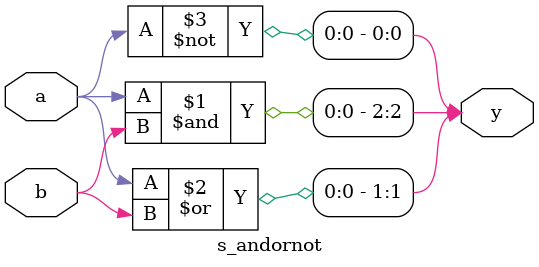
<source format=v>
module s_andornot(a,b,y);
input a,b;
output [2:0]y;
and f(y[2],a,b);
or o(y[1],a,b);
not n(y[0],a);
endmodule
</source>
